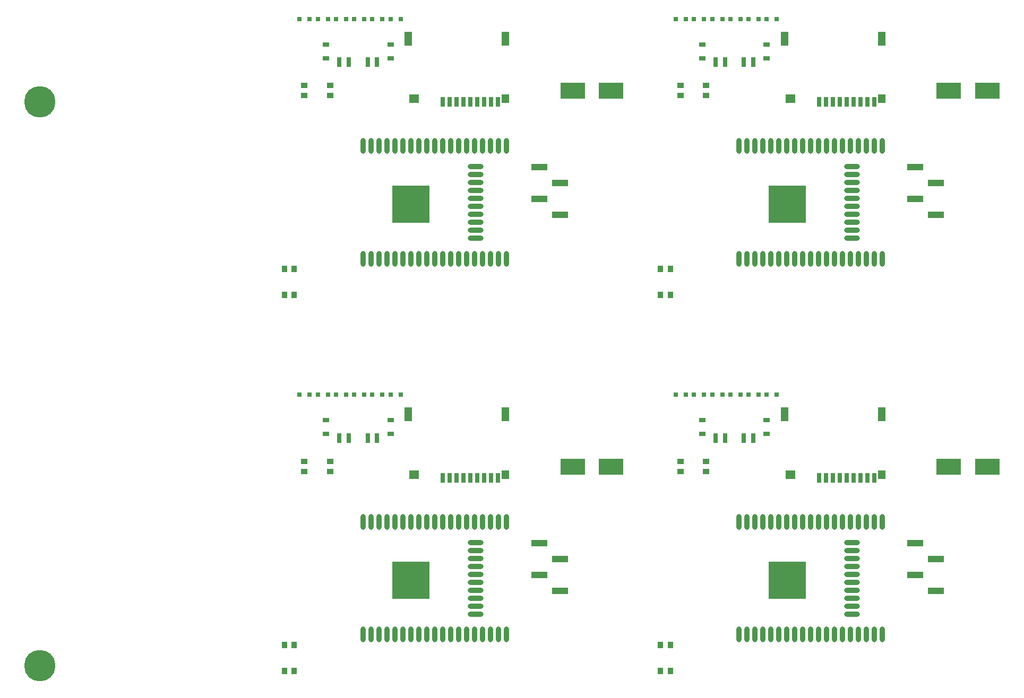
<source format=gtp>
G04 #@! TF.FileFunction,Paste,Top*
%FSLAX46Y46*%
G04 Gerber Fmt 4.6, Leading zero omitted, Abs format (unit mm)*
G04 Created by KiCad (PCBNEW 4.0.7) date Fri Mar 30 10:44:33 2018*
%MOMM*%
%LPD*%
G01*
G04 APERTURE LIST*
%ADD10C,0.100000*%
%ADD11R,4.000000X2.500000*%
%ADD12R,1.200000X2.200000*%
%ADD13R,0.700000X1.600000*%
%ADD14R,1.200000X1.400000*%
%ADD15R,1.600000X1.400000*%
%ADD16R,0.800000X0.800000*%
%ADD17R,0.700000X1.500000*%
%ADD18R,1.000000X0.800000*%
%ADD19R,0.900000X1.000000*%
%ADD20R,1.000000X0.900000*%
%ADD21R,2.510000X1.000000*%
%ADD22O,0.900000X2.500000*%
%ADD23O,2.500000X0.900000*%
%ADD24R,6.000000X6.000000*%
%ADD25C,5.000000*%
G04 APERTURE END LIST*
D10*
D11*
X126050000Y104750000D03*
X119950000Y104750000D03*
D12*
X109250000Y113100000D03*
D13*
X99250000Y103000000D03*
X100350000Y103000000D03*
X101450000Y103000000D03*
X102550000Y103000000D03*
X103650000Y103000000D03*
X104750000Y103000000D03*
X105850000Y103000000D03*
X106950000Y103000000D03*
X108050000Y103000000D03*
D14*
X109250000Y103500000D03*
D15*
X94650000Y103500000D03*
D12*
X93750000Y113100000D03*
D16*
X76400000Y116250000D03*
X78000000Y116250000D03*
X79300000Y116250000D03*
X80900000Y116250000D03*
X88000000Y116250000D03*
X89600000Y116250000D03*
X85100000Y116250000D03*
X86700000Y116250000D03*
D17*
X88750000Y109320000D03*
X87250000Y109320000D03*
X84250000Y109320000D03*
X82750000Y109320000D03*
D18*
X90900000Y112180000D03*
X80600000Y112180000D03*
X80600000Y109970000D03*
X90900000Y109970000D03*
D16*
X82200000Y116250000D03*
X83800000Y116250000D03*
X90900000Y116250000D03*
X92500000Y116250000D03*
D19*
X73950000Y72200000D03*
X75550000Y72200000D03*
X73950000Y76300000D03*
X75550000Y76300000D03*
D20*
X77150000Y105600000D03*
X77150000Y104000000D03*
X81250000Y105600000D03*
X81250000Y104000000D03*
D21*
X114595000Y92560000D03*
X114595000Y87480000D03*
X117905000Y90020000D03*
X117905000Y84940000D03*
D22*
X86483276Y95970792D03*
X87753276Y95970792D03*
X89023276Y95970792D03*
X90293276Y95970792D03*
X91563276Y95970792D03*
X92833276Y95970792D03*
X94103276Y95970792D03*
X95373276Y95970792D03*
X96643276Y95970792D03*
X97913276Y95970792D03*
X99183276Y95970792D03*
X100453276Y95970792D03*
X101723276Y95970792D03*
X102993276Y95970792D03*
D23*
X104483276Y92685792D03*
X104483276Y91415792D03*
X104483276Y90145792D03*
X104483276Y88875792D03*
X104483276Y87605792D03*
X104483276Y86335792D03*
X104483276Y85065792D03*
X104483276Y83795792D03*
X104483276Y82525792D03*
X104483276Y81255792D03*
D22*
X102993276Y77970792D03*
X101723276Y77970792D03*
X100453276Y77970792D03*
X99183276Y77970792D03*
X97913276Y77970792D03*
X96643276Y77970792D03*
X95373276Y77970792D03*
X94103276Y77970792D03*
X92833276Y77970792D03*
X91563276Y77970792D03*
X90293276Y77970792D03*
X89023276Y77970792D03*
X87753276Y77970792D03*
X86483276Y77970792D03*
D24*
X94183276Y86670792D03*
D22*
X104263276Y77970792D03*
X105533276Y77970792D03*
X106803276Y77970792D03*
X108073276Y77970792D03*
X109343276Y77970792D03*
X109343276Y95970792D03*
X108073276Y95970792D03*
X106803276Y95970792D03*
X105533276Y95970792D03*
X104263276Y95970792D03*
D11*
X66050000Y104750000D03*
X59950000Y104750000D03*
D12*
X49250000Y113100000D03*
D13*
X39250000Y103000000D03*
X40350000Y103000000D03*
X41450000Y103000000D03*
X42550000Y103000000D03*
X43650000Y103000000D03*
X44750000Y103000000D03*
X45850000Y103000000D03*
X46950000Y103000000D03*
X48050000Y103000000D03*
D14*
X49250000Y103500000D03*
D15*
X34650000Y103500000D03*
D12*
X33750000Y113100000D03*
D16*
X16400000Y116250000D03*
X18000000Y116250000D03*
X19300000Y116250000D03*
X20900000Y116250000D03*
X28000000Y116250000D03*
X29600000Y116250000D03*
X25100000Y116250000D03*
X26700000Y116250000D03*
D17*
X28750000Y109320000D03*
X27250000Y109320000D03*
X24250000Y109320000D03*
X22750000Y109320000D03*
D18*
X30900000Y112180000D03*
X20600000Y112180000D03*
X20600000Y109970000D03*
X30900000Y109970000D03*
D16*
X22200000Y116250000D03*
X23800000Y116250000D03*
X30900000Y116250000D03*
X32500000Y116250000D03*
D19*
X13950000Y72200000D03*
X15550000Y72200000D03*
X13950000Y76300000D03*
X15550000Y76300000D03*
D20*
X17150000Y105600000D03*
X17150000Y104000000D03*
X21250000Y105600000D03*
X21250000Y104000000D03*
D21*
X54595000Y92560000D03*
X54595000Y87480000D03*
X57905000Y90020000D03*
X57905000Y84940000D03*
D22*
X26483276Y95970792D03*
X27753276Y95970792D03*
X29023276Y95970792D03*
X30293276Y95970792D03*
X31563276Y95970792D03*
X32833276Y95970792D03*
X34103276Y95970792D03*
X35373276Y95970792D03*
X36643276Y95970792D03*
X37913276Y95970792D03*
X39183276Y95970792D03*
X40453276Y95970792D03*
X41723276Y95970792D03*
X42993276Y95970792D03*
D23*
X44483276Y92685792D03*
X44483276Y91415792D03*
X44483276Y90145792D03*
X44483276Y88875792D03*
X44483276Y87605792D03*
X44483276Y86335792D03*
X44483276Y85065792D03*
X44483276Y83795792D03*
X44483276Y82525792D03*
X44483276Y81255792D03*
D22*
X42993276Y77970792D03*
X41723276Y77970792D03*
X40453276Y77970792D03*
X39183276Y77970792D03*
X37913276Y77970792D03*
X36643276Y77970792D03*
X35373276Y77970792D03*
X34103276Y77970792D03*
X32833276Y77970792D03*
X31563276Y77970792D03*
X30293276Y77970792D03*
X29023276Y77970792D03*
X27753276Y77970792D03*
X26483276Y77970792D03*
D24*
X34183276Y86670792D03*
D22*
X44263276Y77970792D03*
X45533276Y77970792D03*
X46803276Y77970792D03*
X48073276Y77970792D03*
X49343276Y77970792D03*
X49343276Y95970792D03*
X48073276Y95970792D03*
X46803276Y95970792D03*
X45533276Y95970792D03*
X44263276Y95970792D03*
D11*
X126050000Y44750000D03*
X119950000Y44750000D03*
D12*
X109250000Y53100000D03*
D13*
X99250000Y43000000D03*
X100350000Y43000000D03*
X101450000Y43000000D03*
X102550000Y43000000D03*
X103650000Y43000000D03*
X104750000Y43000000D03*
X105850000Y43000000D03*
X106950000Y43000000D03*
X108050000Y43000000D03*
D14*
X109250000Y43500000D03*
D15*
X94650000Y43500000D03*
D12*
X93750000Y53100000D03*
D16*
X76400000Y56250000D03*
X78000000Y56250000D03*
X79300000Y56250000D03*
X80900000Y56250000D03*
X88000000Y56250000D03*
X89600000Y56250000D03*
X85100000Y56250000D03*
X86700000Y56250000D03*
D17*
X88750000Y49320000D03*
X87250000Y49320000D03*
X84250000Y49320000D03*
X82750000Y49320000D03*
D18*
X90900000Y52180000D03*
X80600000Y52180000D03*
X80600000Y49970000D03*
X90900000Y49970000D03*
D16*
X82200000Y56250000D03*
X83800000Y56250000D03*
X90900000Y56250000D03*
X92500000Y56250000D03*
D19*
X73950000Y12200000D03*
X75550000Y12200000D03*
X73950000Y16300000D03*
X75550000Y16300000D03*
D20*
X77150000Y45600000D03*
X77150000Y44000000D03*
X81250000Y45600000D03*
X81250000Y44000000D03*
D21*
X114595000Y32560000D03*
X114595000Y27480000D03*
X117905000Y30020000D03*
X117905000Y24940000D03*
D22*
X86483276Y35970792D03*
X87753276Y35970792D03*
X89023276Y35970792D03*
X90293276Y35970792D03*
X91563276Y35970792D03*
X92833276Y35970792D03*
X94103276Y35970792D03*
X95373276Y35970792D03*
X96643276Y35970792D03*
X97913276Y35970792D03*
X99183276Y35970792D03*
X100453276Y35970792D03*
X101723276Y35970792D03*
X102993276Y35970792D03*
D23*
X104483276Y32685792D03*
X104483276Y31415792D03*
X104483276Y30145792D03*
X104483276Y28875792D03*
X104483276Y27605792D03*
X104483276Y26335792D03*
X104483276Y25065792D03*
X104483276Y23795792D03*
X104483276Y22525792D03*
X104483276Y21255792D03*
D22*
X102993276Y17970792D03*
X101723276Y17970792D03*
X100453276Y17970792D03*
X99183276Y17970792D03*
X97913276Y17970792D03*
X96643276Y17970792D03*
X95373276Y17970792D03*
X94103276Y17970792D03*
X92833276Y17970792D03*
X91563276Y17970792D03*
X90293276Y17970792D03*
X89023276Y17970792D03*
X87753276Y17970792D03*
X86483276Y17970792D03*
D24*
X94183276Y26670792D03*
D22*
X104263276Y17970792D03*
X105533276Y17970792D03*
X106803276Y17970792D03*
X108073276Y17970792D03*
X109343276Y17970792D03*
X109343276Y35970792D03*
X108073276Y35970792D03*
X106803276Y35970792D03*
X105533276Y35970792D03*
X104263276Y35970792D03*
D25*
X-25000000Y13000000D03*
X-25000000Y103000000D03*
D16*
X28000000Y56250000D03*
X29600000Y56250000D03*
X16400000Y56250000D03*
X18000000Y56250000D03*
X22200000Y56250000D03*
X23800000Y56250000D03*
X30900000Y56250000D03*
X32500000Y56250000D03*
X25100000Y56250000D03*
X26700000Y56250000D03*
X19300000Y56250000D03*
X20900000Y56250000D03*
D11*
X66050000Y44750000D03*
X59950000Y44750000D03*
D12*
X49250000Y53100000D03*
D13*
X39250000Y43000000D03*
X40350000Y43000000D03*
X41450000Y43000000D03*
X42550000Y43000000D03*
X43650000Y43000000D03*
X44750000Y43000000D03*
X45850000Y43000000D03*
X46950000Y43000000D03*
X48050000Y43000000D03*
D14*
X49250000Y43500000D03*
D15*
X34650000Y43500000D03*
D12*
X33750000Y53100000D03*
D20*
X17150000Y45600000D03*
X17150000Y44000000D03*
X21250000Y45600000D03*
X21250000Y44000000D03*
D19*
X13950000Y12200000D03*
X15550000Y12200000D03*
X13950000Y16300000D03*
X15550000Y16300000D03*
D17*
X28750000Y49320000D03*
X27250000Y49320000D03*
X24250000Y49320000D03*
X22750000Y49320000D03*
D18*
X30900000Y52180000D03*
X20600000Y52180000D03*
X20600000Y49970000D03*
X30900000Y49970000D03*
D22*
X26483276Y35970792D03*
X27753276Y35970792D03*
X29023276Y35970792D03*
X30293276Y35970792D03*
X31563276Y35970792D03*
X32833276Y35970792D03*
X34103276Y35970792D03*
X35373276Y35970792D03*
X36643276Y35970792D03*
X37913276Y35970792D03*
X39183276Y35970792D03*
X40453276Y35970792D03*
X41723276Y35970792D03*
X42993276Y35970792D03*
D23*
X44483276Y32685792D03*
X44483276Y31415792D03*
X44483276Y30145792D03*
X44483276Y28875792D03*
X44483276Y27605792D03*
X44483276Y26335792D03*
X44483276Y25065792D03*
X44483276Y23795792D03*
X44483276Y22525792D03*
X44483276Y21255792D03*
D22*
X42993276Y17970792D03*
X41723276Y17970792D03*
X40453276Y17970792D03*
X39183276Y17970792D03*
X37913276Y17970792D03*
X36643276Y17970792D03*
X35373276Y17970792D03*
X34103276Y17970792D03*
X32833276Y17970792D03*
X31563276Y17970792D03*
X30293276Y17970792D03*
X29023276Y17970792D03*
X27753276Y17970792D03*
X26483276Y17970792D03*
D24*
X34183276Y26670792D03*
D22*
X44263276Y17970792D03*
X45533276Y17970792D03*
X46803276Y17970792D03*
X48073276Y17970792D03*
X49343276Y17970792D03*
X49343276Y35970792D03*
X48073276Y35970792D03*
X46803276Y35970792D03*
X45533276Y35970792D03*
X44263276Y35970792D03*
D21*
X54595000Y32560000D03*
X54595000Y27480000D03*
X57905000Y30020000D03*
X57905000Y24940000D03*
M02*

</source>
